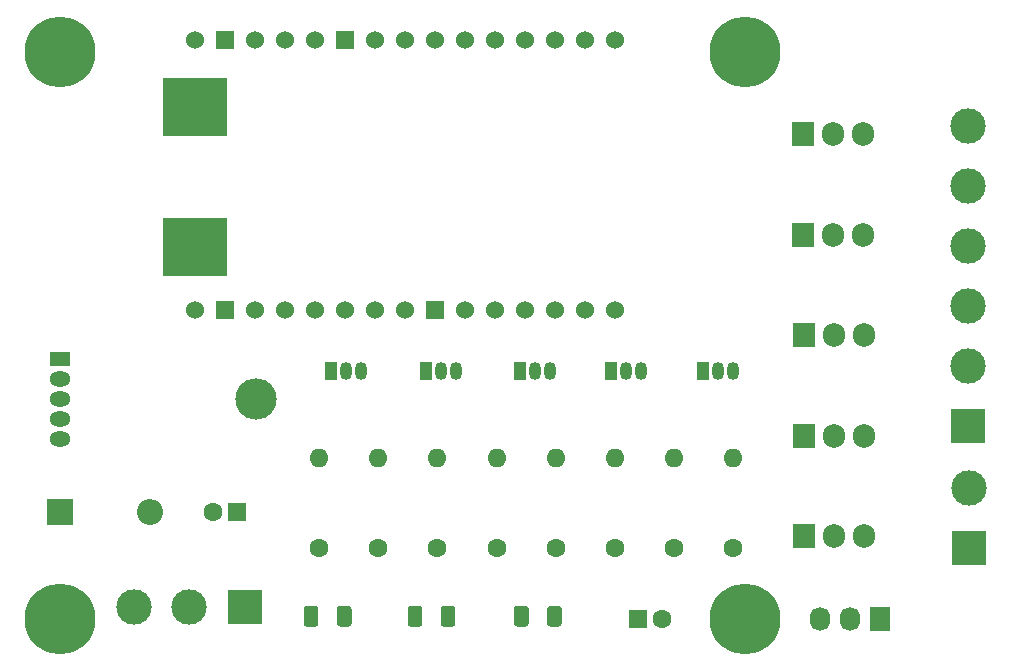
<source format=gbr>
%TF.GenerationSoftware,KiCad,Pcbnew,5.1.10-88a1d61d58~90~ubuntu20.04.1*%
%TF.CreationDate,2021-10-29T16:11:56-04:00*%
%TF.ProjectId,jrgbwww24,6a726762-7777-4773-9234-2e6b69636164,rev?*%
%TF.SameCoordinates,Original*%
%TF.FileFunction,Soldermask,Top*%
%TF.FilePolarity,Negative*%
%FSLAX46Y46*%
G04 Gerber Fmt 4.6, Leading zero omitted, Abs format (unit mm)*
G04 Created by KiCad (PCBNEW 5.1.10-88a1d61d58~90~ubuntu20.04.1) date 2021-10-29 16:11:56*
%MOMM*%
%LPD*%
G01*
G04 APERTURE LIST*
%ADD10O,2.200000X2.200000*%
%ADD11R,2.200000X2.200000*%
%ADD12O,1.050000X1.500000*%
%ADD13R,1.050000X1.500000*%
%ADD14O,1.730000X2.030000*%
%ADD15R,1.730000X2.030000*%
%ADD16O,1.800000X1.275000*%
%ADD17R,1.800000X1.275000*%
%ADD18O,3.500000X3.500000*%
%ADD19C,3.000000*%
%ADD20R,3.000000X3.000000*%
%ADD21R,5.400000X4.900000*%
%ADD22C,1.600000*%
%ADD23R,1.600000X1.600000*%
%ADD24O,1.905000X2.000000*%
%ADD25R,1.905000X2.000000*%
%ADD26C,6.000000*%
%ADD27C,1.524000*%
%ADD28R,1.524000X1.524000*%
%ADD29O,1.600000X1.600000*%
G04 APERTURE END LIST*
D10*
%TO.C,D4*%
X101620000Y-103000000D03*
D11*
X94000000Y-103000000D03*
%TD*%
D12*
%TO.C,Q5*%
X118270000Y-91000000D03*
X119540000Y-91000000D03*
D13*
X117000000Y-91000000D03*
%TD*%
D12*
%TO.C,Q4*%
X126270000Y-91000000D03*
X127540000Y-91000000D03*
D13*
X125000000Y-91000000D03*
%TD*%
D12*
%TO.C,Q3*%
X134270000Y-91000000D03*
X135540000Y-91000000D03*
D13*
X133000000Y-91000000D03*
%TD*%
D12*
%TO.C,Q2*%
X142000000Y-91000000D03*
X143270000Y-91000000D03*
D13*
X140730000Y-91000000D03*
%TD*%
D12*
%TO.C,Q1*%
X149770000Y-91000000D03*
X151040000Y-91000000D03*
D13*
X148500000Y-91000000D03*
%TD*%
D14*
%TO.C,J3*%
X158420000Y-112000000D03*
X160960000Y-112000000D03*
D15*
X163500000Y-112000000D03*
%TD*%
D16*
%TO.C,U2*%
X94000000Y-96800000D03*
X94000000Y-95100000D03*
X94000000Y-93400000D03*
X94000000Y-91700000D03*
D17*
X94000000Y-90000000D03*
D18*
X110660000Y-93400000D03*
%TD*%
D19*
%TO.C,SW1*%
X100300000Y-111000000D03*
X105000000Y-111000000D03*
D20*
X109700000Y-111000000D03*
%TD*%
D21*
%TO.C,L1*%
X105500000Y-68700000D03*
X105500000Y-80500000D03*
%TD*%
D19*
%TO.C,J1*%
X171000000Y-100920000D03*
D20*
X171000000Y-106000000D03*
%TD*%
D22*
%TO.C,C2*%
X107000000Y-103000000D03*
D23*
X109000000Y-103000000D03*
%TD*%
D22*
%TO.C,C1*%
X145000000Y-112000000D03*
D23*
X143000000Y-112000000D03*
%TD*%
D24*
%TO.C,Q8*%
X162080000Y-88000000D03*
X159540000Y-88000000D03*
D25*
X157000000Y-88000000D03*
%TD*%
D24*
%TO.C,Q7*%
X162080000Y-96500000D03*
X159540000Y-96500000D03*
D25*
X157000000Y-96500000D03*
%TD*%
D24*
%TO.C,Q10*%
X162040000Y-71000000D03*
X159500000Y-71000000D03*
D25*
X156960000Y-71000000D03*
%TD*%
D24*
%TO.C,Q9*%
X162040000Y-79500000D03*
X159500000Y-79500000D03*
D25*
X156960000Y-79500000D03*
%TD*%
D24*
%TO.C,Q6*%
X162080000Y-105000000D03*
X159540000Y-105000000D03*
D25*
X157000000Y-105000000D03*
%TD*%
D26*
%TO.C,REF\u002A\u002A*%
X152000000Y-64000000D03*
%TD*%
%TO.C,REF\u002A\u002A*%
X152000000Y-112000000D03*
%TD*%
%TO.C,REF\u002A\u002A*%
X94000000Y-112000000D03*
%TD*%
%TO.C,REF\u002A\u002A*%
X94000000Y-64000000D03*
%TD*%
D27*
%TO.C,U1*%
X105440000Y-85860000D03*
D28*
X107980000Y-85860000D03*
D27*
X110520000Y-85860000D03*
X113060000Y-85860000D03*
X115600000Y-85860000D03*
X118140000Y-85860000D03*
X120680000Y-85860000D03*
X123220000Y-85860000D03*
D28*
X125760000Y-85860000D03*
D27*
X128300000Y-85860000D03*
X130840000Y-85860000D03*
X133380000Y-85860000D03*
X135920000Y-85860000D03*
X138460000Y-85860000D03*
X141000000Y-85860000D03*
X105440000Y-63000000D03*
D28*
X107980000Y-63000000D03*
D27*
X110520000Y-63000000D03*
X113060000Y-63000000D03*
X115600000Y-63000000D03*
D28*
X118140000Y-63000000D03*
D27*
X120680000Y-63000000D03*
X123220000Y-63000000D03*
X125760000Y-63000000D03*
X128300000Y-63000000D03*
X130840000Y-63000000D03*
X133380000Y-63000000D03*
X135920000Y-63000000D03*
X138460000Y-63000000D03*
X141000000Y-63000000D03*
%TD*%
D29*
%TO.C,R8*%
X126000000Y-98380000D03*
D22*
X126000000Y-106000000D03*
%TD*%
D29*
%TO.C,R7*%
X121000000Y-98380000D03*
D22*
X121000000Y-106000000D03*
%TD*%
D29*
%TO.C,R6*%
X116000000Y-98380000D03*
D22*
X116000000Y-106000000D03*
%TD*%
D29*
%TO.C,R5*%
X131000000Y-98380000D03*
D22*
X131000000Y-106000000D03*
%TD*%
D29*
%TO.C,R4*%
X136000000Y-98380000D03*
D22*
X136000000Y-106000000D03*
%TD*%
D29*
%TO.C,R3*%
X141000000Y-98380000D03*
D22*
X141000000Y-106000000D03*
%TD*%
D29*
%TO.C,R2*%
X146000000Y-98380000D03*
D22*
X146000000Y-106000000D03*
%TD*%
D29*
%TO.C,R1*%
X151000000Y-98380000D03*
D22*
X151000000Y-106000000D03*
%TD*%
D19*
%TO.C,J2*%
X170925300Y-70330600D03*
X170925300Y-75410600D03*
X170925300Y-80490600D03*
D20*
X170925300Y-95730600D03*
D19*
X170925300Y-85570600D03*
X170925300Y-90650600D03*
%TD*%
%TO.C,D3*%
G36*
G01*
X133725000Y-111175000D02*
X133725000Y-112425000D01*
G75*
G02*
X133475000Y-112675000I-250000J0D01*
G01*
X132725000Y-112675000D01*
G75*
G02*
X132475000Y-112425000I0J250000D01*
G01*
X132475000Y-111175000D01*
G75*
G02*
X132725000Y-110925000I250000J0D01*
G01*
X133475000Y-110925000D01*
G75*
G02*
X133725000Y-111175000I0J-250000D01*
G01*
G37*
G36*
G01*
X136525000Y-111175000D02*
X136525000Y-112425000D01*
G75*
G02*
X136275000Y-112675000I-250000J0D01*
G01*
X135525000Y-112675000D01*
G75*
G02*
X135275000Y-112425000I0J250000D01*
G01*
X135275000Y-111175000D01*
G75*
G02*
X135525000Y-110925000I250000J0D01*
G01*
X136275000Y-110925000D01*
G75*
G02*
X136525000Y-111175000I0J-250000D01*
G01*
G37*
%TD*%
%TO.C,D2*%
G36*
G01*
X124725000Y-111175000D02*
X124725000Y-112425000D01*
G75*
G02*
X124475000Y-112675000I-250000J0D01*
G01*
X123725000Y-112675000D01*
G75*
G02*
X123475000Y-112425000I0J250000D01*
G01*
X123475000Y-111175000D01*
G75*
G02*
X123725000Y-110925000I250000J0D01*
G01*
X124475000Y-110925000D01*
G75*
G02*
X124725000Y-111175000I0J-250000D01*
G01*
G37*
G36*
G01*
X127525000Y-111175000D02*
X127525000Y-112425000D01*
G75*
G02*
X127275000Y-112675000I-250000J0D01*
G01*
X126525000Y-112675000D01*
G75*
G02*
X126275000Y-112425000I0J250000D01*
G01*
X126275000Y-111175000D01*
G75*
G02*
X126525000Y-110925000I250000J0D01*
G01*
X127275000Y-110925000D01*
G75*
G02*
X127525000Y-111175000I0J-250000D01*
G01*
G37*
%TD*%
%TO.C,D1*%
G36*
G01*
X115925000Y-111175000D02*
X115925000Y-112425000D01*
G75*
G02*
X115675000Y-112675000I-250000J0D01*
G01*
X114925000Y-112675000D01*
G75*
G02*
X114675000Y-112425000I0J250000D01*
G01*
X114675000Y-111175000D01*
G75*
G02*
X114925000Y-110925000I250000J0D01*
G01*
X115675000Y-110925000D01*
G75*
G02*
X115925000Y-111175000I0J-250000D01*
G01*
G37*
G36*
G01*
X118725000Y-111175000D02*
X118725000Y-112425000D01*
G75*
G02*
X118475000Y-112675000I-250000J0D01*
G01*
X117725000Y-112675000D01*
G75*
G02*
X117475000Y-112425000I0J250000D01*
G01*
X117475000Y-111175000D01*
G75*
G02*
X117725000Y-110925000I250000J0D01*
G01*
X118475000Y-110925000D01*
G75*
G02*
X118725000Y-111175000I0J-250000D01*
G01*
G37*
%TD*%
M02*

</source>
